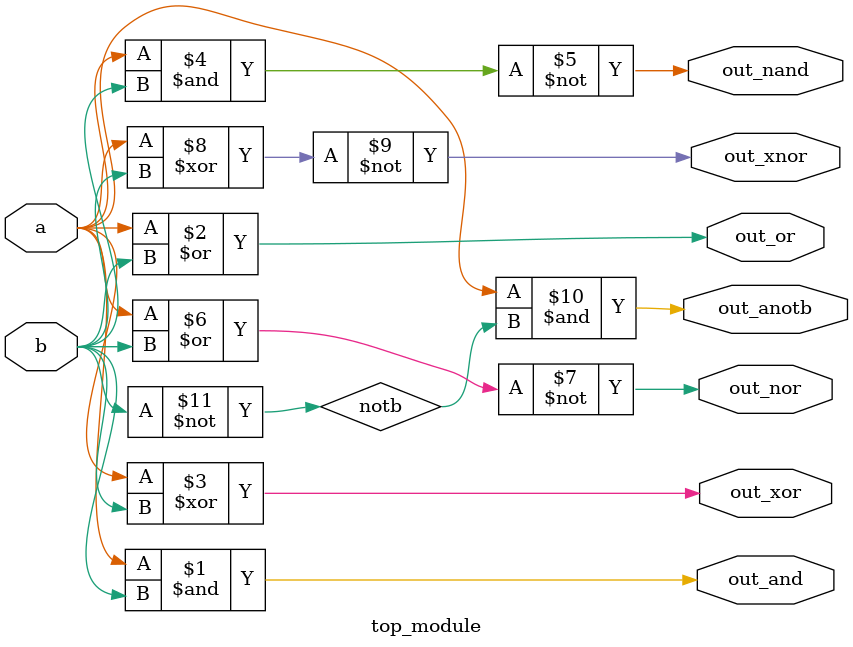
<source format=v>
module top_module( 
    input a, b,
    output out_and,
    output out_or,
    output out_xor,
    output out_nand,
    output out_nor,
    output out_xnor,
    output out_anotb
);
    
    wire notb;
    not G0(notb, b);
    and G1(out_and, a, b);
    or G2(out_or, a, b);
    xor G3(out_xor, a, b);
    nand G4(out_nand, a, b);
    nor G5(out_nor, a, b);
    xnor G6(out_xnor, a, b);
    and G7(out_anotb , a, notb);

endmodule
</source>
